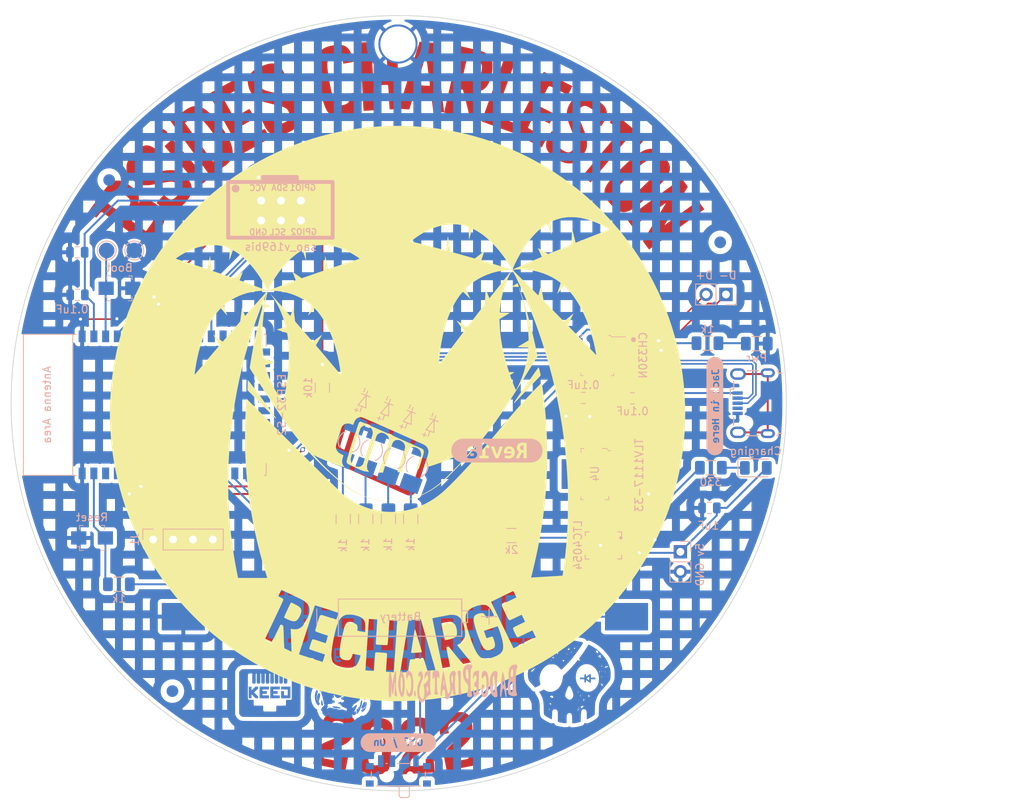
<source format=kicad_pcb>
(kicad_pcb (version 20211014) (generator pcbnew)
  (title_block (title "BSides CHS 2022 Badge") (date "2022-09-19") (rev "0") (company "BadgePirates.com") (comment 1 "ESP32-S2"))
  (layers (0 "F.Cu" signal) (31 "B.Cu" signal) (34 "B.Paste" user) (35 "F.Paste" user) (36 "B.SilkS" user "B.Silkscreen") (37 "F.SilkS" user "F.Silkscreen") (38 "B.Mask" user) (39 "F.Mask" user) (44 "Edge.Cuts" user))
  (net 0 "")
  (net 1 "Net-(BT1-Pad1)")
  (net 2 "GND")
  (net 3 "VCC")
  (net 4 "VBUS")
  (net 5 "Net-(D1-Pad2)")
  (net 6 "Boot")
  (net 7 "TMS")
  (net 8 "TDI")
  (net 9 "TDO")
  (net 10 "TCK")
  (net 11 "D-")
  (net 12 "D+")
  (net 13 "RESET")
  (net 14 "Net-(R3-Pad1)")
  (net 15 "Net-(R5-Pad2)")
  (net 16 "IO10")
  (net 17 "IO11")
  (net 18 "IO12")
  (net 19 "IO13")
  (net 20 "IO09")
  (net 21 "IO08")
  (net 22 "IO07")
  (net 23 "IO06")
  (net 24 "IO05")
  (net 25 "IO04")
  (net 26 "IO03")
  (net 27 "IO02")
  (net 28 "IO01")
  (net 37 "IO33")
  (net 38 "IO34")
  (net 41 "USB_RX_ESP_TX")
  (net 42 "USB_TX_ESP_RX")
  (net 46 "Net-(D2-Pad2)")
  (net 47 "Net-(D3-Pad1)")
  (net 48 "Net-(D4-Pad2)")
  (net 49 "Net-(D5-Pad2)")
  (net 50 "Net-(D6-Pad2)")
  (net 52 "unconnected-(J4-Pad6)")
  (net 53 "Net-(R9-Pad1)")
  (net 55 "IO35")
  (net 56 "IO36")
  (footprint "BadgePirates:Hole_4.5mm" (layer "F.Cu") (at 150.6474 54.7624)
    (fp_text reference "REF**" hide)
    (fp_text value "4.5mm")
  )
  (footprint "LOGO" (layer "F.Cu") (at 150.399016 100.291801)
    (fp_text reference "G***" hide)
    (fp_text value "LOGO" hide)
  )
  (footprint "BadgePiratesLogos:BadgePiratesURL_B.SLK" (layer "F.Cu") (at 157.6832 137.1092)
    (fp_text reference "G***" hide)
    (fp_text value "LOGO" hide)
  )
  (footprint "LOGO" (layer "F.Cu") (at 150.2156 101.4984)
    (fp_text reference "G***" hide)
    (fp_text value "LOGO" hide)
  )
  (footprint "LOGO" (layer "F.Cu") (at 150.269119 101.475192)
    (fp_text reference "G***" hide)
    (fp_text value "LOGO" hide)
  )
  (footprint "BadgePiratesLogos:NG_B.Cu" (layer "F.Cu") (at 134.1882 137.414)
    (fp_text reference "G***" hide)
    (fp_text value "NG_BSilk_B.Cu" hide)
  )
  (footprint "BadgePirates:Badgelife-SAOv169-SAO_Side_B.SLK" (layer "F.Cu") (at 135.3185 76.1111)
    (fp_text reference "X1" hide)
    (fp_text value "sao_v169bis")
  )
  (footprint "BadgePirates:LED_Osram_Lx_P47F_D2mm_ReverseMount_Proper_Mask Only" (layer "F.Cu") (at 147.2946 106.6292 70)
    (fp_text reference "D4" hide)
    (fp_text value "LED")
  )
  (footprint "LOGO" (layer "F.Cu") (at 150.2156 101.4984)
    (fp_text reference "G***" hide)
    (fp_text value "LOGO" hide)
  )
  (footprint "BadgePiratesLogos:FG_B.Cu" (layer "F.Cu") (at 143.383 137.4394)
    (fp_text reference "G***" hide)
    (fp_text value "fg")
  )
  (footprint "LOGO" (layer "F.Cu") (at 150.399016 100.291801)
    (fp_text reference "G***" hide)
    (fp_text value "LOGO" hide)
  )
  (footprint "LOGO" (layer "F.Cu") (at 150.399016 100.291801)
    (fp_text reference "G***" hide)
    (fp_text value "LOGO" hide)
  )
  (footprint "BsidesCHS-2022-Badge:F.SilkS_g1444" (layer "F.Cu") (at 150.25 101.61)
    (fp_text reference "G***" hide)
    (fp_text value "LOGO" hide)
  )
  (footprint "BadgePirates:LED_Osram_Lx_P47F_D2mm_ReverseMount_Proper_Mask Only" (layer "F.Cu") (at 144.399 105.573263 70)
    (fp_text reference "D1" hide)
    (fp_text value "LED")
  )
  (footprint "BadgePirates:LED_Osram_Lx_P47F_D2mm_ReverseMount_Proper_Mask Only" (layer "F.Cu") (at 153.080258 108.722863 70)
    (fp_text reference "D6" hide)
    (fp_text value "LED")
  )
  (footprint "BadgePirates:LED_Osram_Lx_P47F_D2mm_ReverseMount_Proper_Mask Only" (layer "F.Cu") (at 150.184658 107.681463 70)
    (fp_text reference "D5" hide)
    (fp_text value "LED")
  )
  (footprint "BadgePirates:Battery - 14500" (layer "B.Cu") (at 151.5364 130.8862 180)
    (fp_text reference "BT1" hide)
    (fp_text value "Battery")
  )
  (footprint "BadgePirates:LTC4054" (layer "B.Cu") (at 176.8995 118.7577 -90)
    (fp_text reference "U1" hide)
    (fp_text value "LTC4054")
  )
  (footprint "kibuzzard-633CCB9B" (layer "B.Cu") (at 163.29 106.68 180)
    (fp_text reference "kibuzzard-633CCB9B" hide)
    (fp_text value "G***" hide)
  )
  (footprint "Connector_PinHeader_2.54mm:PinHeader_1x04_P2.54mm_Vertical" (layer "B.Cu") (at 119.39 118.0338 -90)
    (fp_text reference "J1")
    (fp_text value "JTAG")
  )
  (footprint "BadgePiratesLogos:BPSkull_Distressed_F.CU" (layer "B.Cu") (at 172.5422 136.2202 180)
    (fp_text reference "G***" hide)
    (fp_text value "BP LOGO" hide)
  )
  (footprint "Fiducial:Fiducial_1.5mm_Mask3mm" (layer "B.Cu") (at 113.7666 72.136 180)
    (fp_text reference "REF**" hide)
    (fp_text value "Fiducial_1.5mm_Mask3mm")
  )
  (footprint "BadgePirates:R_1206_3216Metric" (layer "B.Cu") (at 149.4282 115.443 90)
    (fp_text reference "R7" hide)
    (fp_text value "1k")
  )
  (footprint "BadgePirates:R_1206_3216Metric" (layer "B.Cu") (at 190.6016 108.8644 180)
    (fp_text reference "R5" hide)
    (fp_text value "330")
  )
  (footprint "BadgePiratesLogos:BPSkull_Distressed_F.Mask" (layer "B.Cu") (at 172.5422 136.2202 180)
    (fp_text reference "G***" hide)
    (fp_text value "BP Logo" hide)
  )
  (footprint "BadgePirates:R_1206_3216Metric" (layer "B.Cu") (at 190.1698 92.964)
    (fp_text reference "R2" hide)
    (fp_text value "1k")
  )
  (footprint "BadgePirates:ESP32-S2-WROOM" (layer "B.Cu") (at 121.4672 100.838 -90)
    (fp_text reference "U2" hide)
    (fp_text value "ESP32-S2")
  )
  (footprint "LED_SMD:LED_1206_3216Metric" (layer "B.Cu") (at 196.342 108.8898)
    (fp_text reference "D3" hide)
    (fp_text value "Charging")
  )
  (footprint "BadgePirates:C_0805_2012Metric" (layer "B.Cu") (at 190.4238 113.9952 180)
    (fp_text reference "C1" hide)
    (fp_text value "1uF")
  )
  (footprint "kibuzzard-6328D1ED" (layer "B.Cu") (at 191.1096 100.9904 -90)
    (fp_text reference "kibuzzard-6328D1ED" hide)
    (fp_text value "G***" hide)
  )
  (footprint "BadgePirates:R_1206_3216Metric" (layer "B.Cu") (at 152.273 115.443 90)
    (fp_text reference "R8" hide)
    (fp_text value "1k")
  )
  (footprint "BadgePirates:SOT-223" (layer "B.Cu") (at 175.7934 109.6772 -90)
    (fp_text reference "U4")
    (fp_text value "TLV1117-33")
  )
  (footprint "BadgePirates:R_1206_3216Metric" (layer "B.Cu") (at 165.1508 117.5258 180)
    (fp_text reference "R3" hide)
    (fp_text value "2k")
  )
  (footprint "Fiducial:Fiducial_1.5mm_Mask3mm" (layer "B.Cu") (at 121.8438 137.3886 180)
    (fp_text reference "REF**" hide)
    (fp_text value "Fiducial_1.5mm_Mask3mm")
  )
  (footprint "BadgePirates:PinHeader_1x02_P2.54mm_Vertical" (layer "B.Cu") (at 186.7154 119.6036 180)
    (fp_text reference "J5" hide)
    (fp_text value "5v GND")
  )
  (footprint "BadgePirates:R_1206_3216Metric" (layer "B.Cu") (at 146.5326 115.443 90)
    (fp_text reference "R6" hide)
    (fp_text value "1k")
  )
  (footprint "BadgePirates:USB_Micro-B_Wuerth" (layer "B.Cu") (at 195.9172 100.6298 -90)
    (fp_text reference "J4" hide)
    (fp_text value "USB_B_Mini" hide)
  )
  (footprint "BadgePirates:SOIC-8-1EP_W3.9mm" (layer "B.Cu") (at 176.0982 94.5134 -90)
    (fp_text reference "U3" hide)
    (fp_text value "CH330N")
  )
  (footprint "Fiducial:Fiducial_1.5mm_Mask3mm" (layer "B.Cu") (at 191.7954 80.0862 180)
    (fp_text reference "REF**" hide)
    (fp_text value "Fiducial_1.5mm_Mask3mm")
  )
  (footprint "BadgePirates:PinHeader_1x02_P2.54mm_Vertical" (layer "B.Cu") (at 192.532 86.741 90)
    (fp_text reference "J3" hide)
    (fp_text value "D- D+")
  )
  (footprint "BadgePirates:C_0805_2012Metric" (layer "B.Cu") (at 174.3202 99.949)
    (fp_text reference "C4" hide)
    (fp_text value "0.1uF")
  )
  (footprint "TestPoint:TestPoint_Pad_D2.0mm" (layer "B.Cu") (at 116.979 81.1276 180)
    (fp_text reference "J2" hide)
    (fp_text value "Boot Jumper" hide)
  )
  (footprint "BadgePirates:C_0805_2012Metric" (layer "B.Cu") (at 109.7026 81.3562 180)
    (fp_text reference "C2" hide)
    (fp_text value "22uF" hide)
  )
  (footprint "BadgePirates:R_1206_3216Metric" (layer "B.Cu") (at 115.0112 123.7488 180)
    (fp_text reference "R4" hide)
    (fp_text value "1k")
  )
  (footprint "BadgePirates:Switch_Tactile_SMD_B3U-1000P-BPVersion" (layer "B.Cu") (at 115.0874 85.9536)
    (fp_text reference "SW2" hide)
    (fp_text value "Boot")
  )
  (footprint "BadgePirates:R_1206_3216Metric" (layer "B.Cu") (at 140.9954 98.6536 90)
    (fp_text reference "R9" hide)
    (fp_text value "10k")
  )
  (footprint "BadgePirates:Switch_Tactile_SMD_B3U-1000P-BPVersion" (layer "B.Cu") (at 111.5822 117.8306)
    (fp_text reference "SW_Reset1" hide)
    (fp_text value "Reset")
  )
  (footprint "BadgePirates:SW_SPDT_PCM12" (layer "B.Cu") (at 150.6982 147.7594 180)
    (fp_text reference "SW1" hide)
    (fp_text value "SW_SPDT")
  )
  (footprint "BadgePirates:C_0805_2012Metric" (layer "B.Cu") (at 109.728 86.7918 180)
    (fp_text reference "C3" hide)
    (fp_text value "0.1uF")
  )
  (footprint "BadgePirates:C_0805_2012Metric" (layer "B.Cu") (at 180.594 99.9998 180)
    (fp_text reference "C5" hide)
    (fp_text value "0.1uF")
  )
  (footprint "kibuzzard-6328D231" (layer "B.Cu") (at 150.6982 143.9672 180)
    (fp_text reference "kibuzzard-6328D231" hide)
    (fp_text value "G***" hide)
  )
  (footprint "BadgePirates:R_1206_3216Metric" (layer "B.Cu") (at 143.6624 115.443 90)
    (fp_text reference "R1" hide)
    (fp_text value "1k")
  )
  (footprint "BadgePirates:R_1206_3216Metric" (layer "B.Cu") (at 196.469 93.0148 180)
    (fp_text reference "D2" hide)
    (fp_text value "Pwr")
  )
  (gr_line (start 134.055016 147.226101) (end 132.923216 146.805101) (layer "Edge.Cuts") (width 0.1))
  (gr_line (start 102.737966 88.559001) (end 103.047226 87.389301) (layer "Edge.Cuts") (width 0.1))
  (gr_line (start 132.923216 54.444261) (end 134.055016 54.023271) (layer "Edge.Cuts") (width 0.1))
  (gr_line (start 104.564656 82.802901) (end 105.013056 81.681901) (layer "Edge.Cuts") (width 0.1))
  (gr_line (start 116.623216 136.484801) (end 115.743316 135.626501) (layer "Edge.Cuts") (width 0.1))
  (gr_line (start 178.207716 59.441281) (end 179.209116 60.126881) (layer "Edge.Cuts") (width 0.1))
  (gr_line (start 120.326416 61.573801) (end 121.295616 60.837801) (layer "Edge.Cuts") (width 0.1))
  (gr_line (start 196.001516 80.572101) (end 196.477116 81.681901) (layer "Edge.Cuts") (width 0.1))
  (gr_line (start 158.054716 51.667171) (end 159.254316 51.861351) (layer "Edge.Cuts") (width 0.1))
  (gr_line (start 142.235916 51.861351) (end 143.435416 51.667171) (layer "Edge.Cuts") (width 0.1))
  (gr_line (start 124.299116 58.781191) (end 125.330616 58.146831) (layer "Edge.Cuts") (width 0.1))
  (gr_line (start 160.447116 52.084611) (end 161.632816 52.336761) (layer "Edge.Cuts") (width 0.1))
  (gr_line (start 182.116116 138.914701) (end 181.163816 139.675601) (layer "Edge.Cuts") (width 0.1))
  (gr_line (start 199.702616 107.934401) (end 199.508416 109.133901) (layer "Edge.Cuts") (width 0.1))
  (gr_line (start 193.223016 126.039201) (end 192.588616 127.070701) (layer "Edge.Cuts") (width 0.1))
  (gr_line (start 150.745116 150.124701) (end 149.516016 150.109501) (layer "Edge.Cuts") (width 0.1))
  (gr_line (start 155.637516 149.882501) (end 154.420916 149.988101) (layer "Edge.Cuts") (width 0.1))
  (gr_line (start 168.566916 146.805101) (end 167.435216 147.226101) (layer "Edge.Cuts") (width 0.1))
  (gr_line (start 115.743316 65.622901) (end 116.623216 64.764601) (layer "Edge.Cuts") (width 0.1))
  (gr_line (start 186.605216 134.746601) (end 185.746916 135.626501) (layer "Edge.Cuts") (width 0.1))
  (gr_line (start 114.885016 66.502801) (end 115.743316 65.622901) (layer "Edge.Cuts") (width 0.1))
  (gr_line (start 160.447116 149.164801) (end 159.254316 149.388001) (layer "Edge.Cuts") (width 0.1))
  (gr_line (start 119.374116 62.334701) (end 120.326416 61.573801) (layer "Edge.Cuts") (width 0.1))
  (gr_line (start 200.229816 99.395601) (end 200.245116 100.624701) (layer "Edge.Cuts") (width 0.1))
  (gr_line (start 117.522016 63.930301) (end 118.439116 63.120301) (layer "Edge.Cuts") (width 0.1))
  (gr_line (start 196.477116 119.567501) (end 196.001516 120.677301) (layer "Edge.Cuts") (width 0.1))
  (gr_line (start 174.054216 56.956121) (end 175.113816 57.538401) (layer "Edge.Cuts") (width 0.1))
  (gr_line (start 179.209116 141.122501) (end 178.207716 141.808101) (layer "Edge.Cuts") (width 0.1))
  (gr_line (start 189.796016 131.043401) (end 189.035116 131.995701) (layer "Edge.Cuts") (width 0.1))
  (gr_line (start 101.981746 92.115501) (end 102.205016 90.922601) (layer "Edge.Cuts") (width 0.1))
  (gr_line (start 196.925516 82.802901) (end 197.346516 83.934601) (layer "Edge.Cuts") (width 0.1))
  (gr_line (start 177.191016 58.781191) (end 178.207716 59.441281) (layer "Edge.Cuts") (width 0.1))
  (gr_line (start 180.194616 140.411601) (end 179.209116 141.122501) (layer "Edge.Cuts") (width 0.1))
  (gr_line (start 137.509716 148.322601) (end 136.348716 147.985101) (layer "Edge.Cuts") (width 0.1))
  (gr_line (start 199.285216 90.922601) (end 199.508416 92.115501) (layer "Edge.Cuts") (width 0.1))
  (gr_line (start 125.330616 58.146831) (end 126.376416 57.538401) (layer "Edge.Cuts") (width 0.1))
  (gr_line (start 122.281116 60.126881) (end 123.282516 59.441281) (layer "Edge.Cuts") (width 0.1))
  (gr_line (start 190.532016 130.074201) (end 189.796016 131.043401) (layer "Edge.Cuts") (width 0.1))
  (gr_line (start 168.566916 54.444261) (end 169.687916 54.892661) (layer "Edge.Cuts") (width 0.1))
  (gr_line (start 163.980416 148.322601) (end 162.810716 148.631801) (layer "Edge.Cuts") (width 0.1))
  (gr_line (start 135.197016 53.629891) (end 136.348716 53.264341) (layer "Edge.Cuts") (width 0.1))
  (gr_line (start 198.442916 87.389301) (end 198.752216 88.559001) (layer "Edge.Cuts") (width 0.1))
  (gr_line (start 144.641216 51.502291) (end 145.852616 51.366921) (layer "Edge.Cuts") (width 0.1))
  (gr_line (start 101.260341 99.395601) (end 101.305932 98.170101) (layer "Edge.Cuts") (width 0.1))
  (gr_line (start 107.658796 76.256001) (end 108.267226 75.210201) (layer "Edge.Cuts") (width 0.1))
  (gr_line (start 101.622686 94.520801) (end 101.787566 93.315001) (layer "Edge.Cuts") (width 0.1))
  (gr_line (start 110.958216 130.074201) (end 110.247286 129.088701) (layer "Edge.Cuts") (width 0.1))
  (gr_line (start 109.561676 73.162101) (end 110.247286 72.160701) (layer "Edge.Cuts") (width 0.1))
  (gr_line (start 130.692516 145.881101) (end 129.594616 145.378601) (layer "Edge.Cuts") (width 0.1))
  (gr_line (start 141.043016 149.164801) (end 139.857416 148.912601) (layer "Edge.Cuts") (width 0.1))
  (gr_line (start 112.455116 131.995701) (end 111.694216 131.043401) (layer "Edge.Cuts") (width 0.1))
  (gr_line (start 198.105416 115.021001) (end 197.739916 116.172801) (layer "Edge.Cuts") (width 0.1))
  (gr_line (start 200.002916 95.732201) (end 200.108516 96.948801) (layer "Edge.Cuts") (width 0.1))
  (gr_line (start 194.969616 78.388501) (end 195.498916 79.474201) (layer "Edge.Cuts") (width 0.1))
  (gr_line (start 198.105416 86.228401) (end 198.442916 87.389301) (layer "Edge.Cuts") (width 0.1))
  (gr_line (start 118.439116 138.129101) (end 117.522016 137.319101) (layer "Edge.Cuts") (width 0.1))
  (gr_line (start 125.330616 143.102601) (end 124.299116 142.468201) (layer "Edge.Cuts") (width 0.1))
  (gr_line (start 101.260341 101.853801) (end 101.245097 100.624701) (layer "Edge.Cuts") (width 0.1))
  (gr_line (start 153.199616 150.063901) (end 151.974216 150.109501) (layer "Edge.Cuts") (width 0.1))
  (gr_line (start 123.282516 59.441281) (end 124.299116 58.781191) (layer "Edge.Cuts") (width 0.1))
  (gr_line (start 188.249516 132.930701) (end 187.439516 133.847801) (layer "Edge.Cuts") (width 0.1))
  (gr_line (start 191.242916 129.088701) (end 190.532016 130.074201) (layer "Edge.Cuts") (width 0.1))
  (gr_line (start 149.516016 150.109501) (end 148.290516 150.063901) (layer "Edge.Cuts") (width 0.1))
  (gr_line (start 131.802316 54.892661) (end 132.923216 54.444261) (layer "Edge.Cuts") (width 0.1))
  (gr_line (start 105.488656 80.572101) (end 105.991236 79.474201) (layer "Edge.Cuts") (width 0.1))
  (gr_line (start 200.245116 100.624701) (end 200.245116 100.624701) (layer "Edge.Cuts") (width 0.1))
  (gr_line (start 123.282516 141.808101) (end 122.281116 141.122501) (layer "Edge.Cuts") (width 0.1))
  (gr_line (start 107.076516 123.933801) (end 106.520596 122.860901) (layer "Edge.Cuts") (width 0.1))
  (gr_line (start 130.692516 55.368261) (end 131.802316 54.892661) (layer "Edge.Cuts") (width 0.1))
  (gr_line (start 147.069216 51.261262) (end 148.290516 51.185533) (layer "Edge.Cuts") (width 0.1))
  (gr_line (start 176.159516 143.102601) (end 175.113816 143.711001) (layer "Edge.Cuts") (width 0.1))
  (gr_line (start 104.143666 117.314801) (end 103.750296 116.172801) (layer "Edge.Cuts") (width 0.1))
  (gr_line (start 193.223016 75.210201) (end 193.831416 76.256001) (layer "Edge.Cuts") (width 0.1))
  (gr_line (start 169.687916 146.356701) (end 168.566916 146.805101) (layer "Edge.Cuts") (width 0.1))
  (gr_line (start 197.739916 116.172801) (end 197.346516 117.314801) (layer "Edge.Cuts") (width 0.1))
  (gr_line (start 127.436016 56.956121) (end 128.508916 56.400201) (layer "Edge.Cuts") (width 0.1))
  (gr_line (start 143.435416 149.582201) (end 142.235916 149.388001) (layer "Edge.Cuts") (width 0.1))
  (gr_line (start 136.348716 53.264341) (end 137.509716 52.926831) (layer "Edge.Cuts") (width 0.1))
  (gr_line (start 193.831416 76.256001) (end 194.413716 77.315601) (layer "Edge.Cuts") (width 0.1))
  (gr_line (start 195.498916 121.775201) (end 194.969616 122.860901) (layer "Edge.Cuts") (width 0.1))
  (gr_line (start 199.033016 89.737001) (end 199.285216 90.922601) (layer "Edge.Cuts") (width 0.1))
  (gr_line (start 145.852616 51.366921) (end 147.069216 51.261262) (layer "Edge.Cuts") (width 0.1))
  (gr_line (start 127.436016 144.293301) (end 126.376416 143.711001) (layer "Edge.Cuts") (width 0.1))
  (gr_line (start 161.632816 148.912601) (end 160.447116 149.164801) (layer "Edge.Cuts") (width 0.1))
  (gr_line (start 189.035116 69.253701) (end 189.796016 70.206001) (layer "Edge.Cuts") (width 0.1))
  (gr_line (start 162.810716 52.617571) (end 163.980416 52.926831) (layer "Edge.Cuts") (width 0.1))
  (gr_line (start 103.750296 85.076601) (end 104.143666 83.934601) (layer "Edge.Cuts") (width 0.1))
  (gr_line (start 159.254316 51.861351) (end 160.447116 52.084611) (layer "Edge.Cuts") (width 0.1))
  (gr_line (start 199.867516 94.520801) (end 200.002916 95.732201) (layer "Edge.Cuts") (width 0.1))
  (gr_line (start 128.508916 144.849201) (end 127.436016 144.293301) (layer "Edge.Cuts") (width 0.1))
  (gr_line (start 103.384746 115.021001) (end 103.047226 113.860101) (layer "Edge.Cuts") (width 0.1))
  (gr_line (start 138.679416 52.617571) (end 139.857416 52.336761) (layer "Edge.Cuts") (width 0.1))
  (gr_line (start 105.488656 120.677301) (end 105.013056 119.567501) (layer "Edge.Cuts") (width 0.1))
  (gr_line (start 126.376416 143.711001) (end 125.330616 143.102601) (layer "Edge.Cuts") (width 0.1))
  (gr_line (start 190.532016 71.175201) (end 191.242916 72.160701) (layer "Edge.Cuts") (width 0.1))
  (gr_line (start 195.498916 79.474201) (end 196.001516 80.572101) (layer "Edge.Cuts") (width 0.1))
  (gr_line (start 102.205016 90.922601) (end 102.457156 89.737001) (layer "Edge.Cuts") (width 0.1))
  (gr_line (start 101.981746 109.133901) (end 101.787566 107.934401) (layer "Edge.Cuts") (width 0.1))
  (gr_line (start 172.981316 56.400201) (end 174.054216 56.956121) (layer "Edge.Cuts") (width 0.1))
  (gr_line (start 113.240616 68.318701) (end 114.050716 67.401601) (layer "Edge.Cuts") (width 0.1))
  (gr_line (start 198.752216 88.559001) (end 199.033016 89.737001) (layer "Edge.Cuts") (width 0.1))
  (gr_line (start 108.267226 126.039201) (end 107.658796 124.993401) (layer "Edge.Cuts") (width 0.1))
  (gr_line (start 167.435216 147.226101) (end 166.293216 147.619501) (layer "Edge.Cuts") (width 0.1))
  (gr_line (start 136.348716 147.985101) (end 135.197016 147.619501) (layer "Edge.Cuts") (width 0.1))
  (gr_line (start 116.623216 64.764601) (end 117.522016 63.930301) (layer "Edge.Cuts") (width 0.1))
  (gr_line (start 200.184216 98.170101) (end 200.229816 99.395601) (layer "Edge.Cuts") (width 0.1))
  (gr_line (start 105.013056 81.681901) (end 105.488656 80.572101) (layer "Edge.Cuts") (width 0.1))
  (gr_line (start 179.209116 60.126881) (end 180.194616 60.837801) (layer "Edge.Cuts") (width 0.1))
  (gr_line (start 114.885016 134.746601) (end 114.050716 133.847801) (layer "Edge.Cuts") (width 0.1))
  (gr_line (start 151.974216 51.139942) (end 153.199616 51.185533) (layer "Edge.Cuts") (width 0.1))
  (gr_line (start 200.245116 100.624701) (end 200.229816 101.853801) (layer "Edge.Cuts") (width 0.1))
  (gr_line (start 110.958216 71.175201) (end 111.694216 70.206001) (layer "Edge.Cuts") (width 0.1))
  (gr_line (start 200.108516 96.948801) (end 200.184216 98.170101) (layer "Edge.Cuts") (width 0.1))
  (gr_line (start 103.047226 113.860101) (end 102.737966 112.690301) (layer "Edge.Cuts") (width 0.1))
  (gr_line (start 101.487316 95.732201) (end 101.622686 94.520801) (layer "Edge.Cuts") (width 0.1))
  (gr_line (start 102.457156 111.512401) (end 102.205016 110.326801) (layer "Edge.Cuts") (width 0.1))
  (gr_line (start 141.043016 52.084611) (end 142.235916 51.861351) (layer "Edge.Cuts") (width 0.1))
  (gr_line (start 183.968216 137.319101) (end 183.051116 138.129101) (layer "Edge.Cuts") (width 0.1))
  (gr_line (start 102.205016 110.326801) (end 101.981746 109.133901) (layer "Edge.Cuts") (width 0.1))
  (gr_line (start 154.420916 51.261262) (end 155.637516 51.366921) (layer "Edge.Cuts") (width 0.1))
  (gr_line (start 178.207716 141.808101) (end 177.191016 142.468201) (layer "Edge.Cuts") (width 0.1))
  (gr_line (start 109.561676 128.087301) (end 108.901586 127.070701) (layer "Edge.Cuts") (width 0.1))
  (gr_line (start 191.928516 128.087301) (end 191.242916 129.088701) (layer "Edge.Cuts") (width 0.1))
  (gr_line (start 187.439516 67.401601) (end 188.249516 68.318701) (layer "Edge.Cuts") (width 0.1))
  (gr_line (start 101.245097 100.624701) (end 101.260341 99.395601) (layer "Edge.Cuts") (width 0.1))
  (gr_line (start 183.051116 63.120301) (end 183.968216 63.930301) (layer "Edge.Cuts") (width 0.1))
  (gr_line (start 171.895616 145.378601) (end 170.797616 145.881101) (layer "Edge.Cuts") (width 0.1))
  (gr_line (start 129.594616 145.378601) (end 128.508916 144.849201) (layer "Edge.Cuts") (width 0.1))
  (gr_line (start 183.051116 138.129101) (end 182.116116 138.914701) (layer "Edge.Cuts") (width 0.1))
  (gr_line (start 112.455116 69.253701) (end 113.240616 68.318701) (layer "Edge.Cuts") (width 0.1))
  (gr_line (start 129.594616 55.870841) (end 130.692516 55.368261) (layer "Edge.Cuts") (width 0.1))
  (gr_line (start 148.290516 150.063901) (end 147.069216 149.988101) (layer "Edge.Cuts") (width 0.1))
  (gr_line (start 106.520596 122.860901) (end 105.991236 121.775201) (layer "Edge.Cuts") (width 0.1))
  (gr_line (start 121.295616 60.837801) (end 122.281116 60.126881) (layer "Edge.Cuts") (width 0.1))
  (gr_line (start 200.184216 103.079301) (end 200.108516 104.300501) (layer "Edge.Cuts") (width 0.1))
  (gr_line (start 139.857416 148.912601) (end 138.679416 148.631801) (layer "Edge.Cuts") (width 0.1))
  (gr_line (start 122.281116 141.122501) (end 121.295616 140.411601) (layer "Edge.Cuts") (width 0.1))
  (gr_line (start 196.001516 120.677301) (end 195.498916 121.775201) (layer "Edge.Cuts") (width 0.1))
  (gr_line (start 158.054716 149.582201) (end 156.849016 149.747101) (layer "Edge.Cuts") (width 0.1))
  (gr_line (start 163.980416 52.926831) (end 165.141416 53.264341) (layer "Edge.Cuts") (width 0.1))
  (gr_line (start 139.857416 52.336761) (end 141.043016 52.084611) (layer "Edge.Cuts") (width 0.1))
  (gr_line (start 191.242916 72.160701) (end 191.928516 73.162101) (layer "Edge.Cuts") (width 0.1))
  (gr_line (start 165.141416 53.264341) (end 166.293216 53.629891) (layer "Edge.Cuts") (width 0.1))
  (gr_line (start 182.116116 62.334701) (end 183.051116 63.120301) (layer "Edge.Cuts") (width 0.1))
  (gr_line (start 102.737966 112.690301) (end 102.457156 111.512401) (layer "Edge.Cuts") (width 0.1))
  (gr_line (start 135.197016 147.619501) (end 134.055016 147.226101) (layer "Edge.Cuts") (width 0.1))
  (gr_line (start 196.477116 81.681901) (end 196.925516 82.802901) (layer "Edge.Cuts") (width 0.1))
  (gr_line (start 193.831416 124.993401) (end 193.223016 126.039201) (layer "Edge.Cuts") (width 0.1))
  (gr_line (start 101.305932 103.079301) (end 101.260341 101.853801) (layer "Edge.Cuts") (width 0.1))
  (gr_line (start 175.113816 143.711001) (end 174.054216 144.293301) (layer "Edge.Cuts") (width 0.1))
  (gr_line (start 128.508916 56.400201) (end 129.594616 55.870841) (layer "Edge.Cuts") (width 0.1))
  (gr_line (start 199.033016 111.512401) (end 198.752216 112.690301) (layer "Edge.Cuts") (width 0.1))
  (gr_line (start 172.981316 144.849201) (end 171.895616 145.378601) (layer "Edge.Cuts") (width 0.1))
  (gr_line (start 194.969616 122.860901) (end 194.413716 123.933801) (layer "Edge.Cuts") (width 0.1))
  (gr_line (start 114.050716 133.847801) (end 113.240616 132.930701) (layer "Edge.Cuts") (width 0.1))
  (gr_line (start 101.305932 98.170101) (end 101.381661 96.948801) (layer "Edge.Cuts") (width 0.1))
  (gr_line (start 198.442916 113.860101) (end 198.105416 115.021001) (layer "Edge.Cuts") (width 0.1))
  (gr_line (start 156.849016 51.502291) (end 158.054716 51.667171) (layer "Edge.Cuts") (width 0.1))
  (gr_line (start 103.750296 116.172801) (end 103.384746 115.021001) (layer "Edge.Cuts") (width 0.1))
  (gr_line (start 110.247286 129.088701) (end 109.561676 128.087301) (layer "Edge.Cuts") (width 0.1))
  (gr_line (start 167.435216 54.023271) (end 168.566916 54.444261) (layer "Edge.Cuts") (width 0.1))
  (gr_line (start 169.687916 54.892661) (end 170.797616 55.368261) (layer "Edge.Cuts") (width 0.1))
  (gr_line (start 105.013056 119.567501) (end 104.564656 118.446501) (layer "Edge.Cuts") (width 0.1))
  (gr_line (start 200.002916 105.517201) (end 199.867516 106.728601) (layer "Edge.Cuts") (width 0.1))
  (gr_line (start 170.797616 55.368261) (end 171.895616 55.870841) (layer "Edge.Cuts") (width 0.1))
  (gr_line (start 189.796016 70.206001) (end 190.532016 71.175201) (layer "Edge.Cuts") (width 0.1))
  (gr_line (start 184.867016 64.764601) (end 185.746916 65.622901) (layer "Edge.Cuts") (width 0.1))
  (gr_line (start 186.605216 66.502801) (end 187.439516 67.401601) (layer "Edge.Cuts") (width 0.1))
  (gr_line (start 189.035116 131.995701) (end 188.249516 132.930701) (layer "Edge.Cuts") (width 0.1))
  (gr_line (start 120.326416 139.675601) (end 119.374116 138.914701) (layer "Edge.Cuts") (width 0.1))
  (gr_line (start 174.054216 144.293301) (end 172.981316 144.849201) (layer "Edge.Cuts") (width 0.1))
  (gr_line (start 103.047226 87.389301) (end 103.384746 86.228401) (layer "Edge.Cuts") (width 0.1))
  (gr_line (start 115.743316 135.626501) (end 114.885016 134.746601) (layer "Edge.Cuts") (width 0.1))
  (gr_line (start 197.346516 117.314801) (end 196.925516 118.446501) (layer "Edge.Cuts") (width 0.1))
  (gr_line (start 101.622686 106.728601) (end 101.487316 105.517201) (layer "Edge.Cuts") (width 0.1))
  (gr_line (start 105.991236 121.775201) (end 105.488656 120.677301) (layer "Edge.Cuts") (width 0.1))
  (gr_line (start 108.901586 74.178701) (end 109.561676 73.162101) (layer "Edge.Cuts") (width 0.1))
  (gr_line (start 165.141416 147.985101) (end 163.980416 148.322601) (layer "Edge.Cuts") (width 0.1))
  (gr_line (start 102.457156 89.737001) (end 102.737966 88.559001) (layer "Edge.Cuts") (width 0.1))
  (gr_line (start 184.867016 136.484801) (end 183.968216 137.319101) (layer "Edge.Cuts") (width 0.1))
  (gr_line (start 101.487316 105.517201) (end 101.381661 104.300501) (layer "Edge.Cuts") (width 0.1))
  (gr_line (start 117.522016 137.319101) (end 116.623216 136.484801) (layer "Edge.Cuts") (width 0.1))
  (gr_line (start 188.249516 68.318701) (end 189.035116 69.253701) (layer "Edge.Cuts") (width 0.1))
  (gr_line (start 199.508416 92.115501) (end 199.702616 93.315001) (layer "Edge.Cuts") (width 0.1))
  (gr_line (start 104.143666 83.934601) (end 104.564656 82.802901) (layer "Edge.Cuts") (width 0.1))
  (gr_line (start 199.867516 106.728601) (end 199.702616 107.934401) (layer "Edge.Cuts") (width 0.1))
  (gr_line (start 156.849016 149.747101) (end 155.637516 149.882501) (layer "Edge.Cuts") (width 0.1))
  (gr_line (start 162.810716 148.631801) (end 161.632816 148.912601) (layer "Edge.Cuts") (width 0.1))
  (gr_line (start 197.346516 83.934601) (end 197.739916 85.076601) (layer "Edge.Cuts") (width 0.1))
  (gr_line (start 171.895616 55.870841) (end 172.981316 56.400201) (layer "Edge.Cuts") (width 0.1))
  (gr_line (start 137.509716 52.926831) (end 138.679416 52.617571) (layer "Edge.Cuts") (width 0.1))
  (gr_line (start 107.658796 124.993401) (end 107.076516 123.933801) (layer "Edge.Cuts") (width 0.1))
  (gr_line (start 111.694216 70.206001) (end 112.455116 69.253701) (layer "Edge.Cuts") (width 0.1))
  (gr_line (start 194.413716 77.315601) (end 194.969616 78.388501) (layer "Edge.Cuts") (width 0.1))
  (gr_line (start 200.229816 101.853801) (end 200.184216 103.079301) (layer "Edge.Cuts") (width 0.1))
  (gr_line (start 198.752216 112.690301) (end 198.442916 113.860101) (layer "Edge.Cuts") (width 0.1))
  (gr_line (start 101.787566 93.315001) (end 101.981746 92.115501) (layer "Edge.Cuts") (width 0.1))
  (gr_line (start 138.679416 148.631801) (end 137.509716 148.322601) (layer "Edge.Cuts") (width 0.1))
  (gr_line (start 180.194616 60.837801) (end 181.163816 61.573801) (layer "Edge.Cuts") (width 0.1))
  (gr_line (start 170.797616 145.881101) (end 169.687916 146.356701) (layer "Edge.Cuts") (width 0.1))
  (gr_line (start 150.745116 51.124698) (end 151.974216 51.139942) (layer "Edge.Cuts") (width 0.1))
  (gr_line (start 199.285216 110.326801) (end 199.033016 111.512401) (layer "Edge.Cuts") (width 0.1))
  (gr_line (start 185.746916 135.626501) (end 184.867016 136.484801) (layer "Edge.Cuts") (width 0.1))
  (gr_line (start 200.245116 100.624701) (end 200.245116 100.624701) (layer "Edge.Cuts") (width 0.1))
  (gr_line (start 153.199616 51.185533) (end 154.420916 51.261262) (layer "Edge.Cuts") (width 0.1))
  (gr_line (start 166.293216 53.629891) (end 167.435216 54.023271) (layer "Edge.Cuts") (width 0.1))
  (gr_line (start 144.641216 149.747101) (end 143.435416 149.582201) (layer "Edge.Cuts") (width 0.1))
  (gr_line (start 181.163816 139.675601) (end 180.194616 140.411601) (layer "Edge.Cuts") (width 0.1))
  (gr_line (start 147.069216 149.988101) (end 145.852616 149.882501) (layer "Edge.Cuts") (width 0.1))
  (gr_line (start 104.564656 118.446501) (end 104.143666 117.314801) (layer "Edge.Cuts") (width 0.1))
  (gr_line (start 177.191016 142.468201) (end 176.159516 143.102601) (layer "Edge.Cuts") (width 0.1))
  (gr_line (start 143.435416 51.667171) (end 144.641216 51.502291) (layer "Edge.Cuts") (width 0.1))
  (gr_line (start 134.055016 54.023271) (end 135.197016 53.629891) (layer "Edge.Cuts") (width 0.1))
  (gr_line (start 101.381661 96.948801) (end 101.487316 95.732201) (layer "Edge.Cuts") (width 0.1))
  (gr_line (start 185.746916 65.622901) (end 186.605216 66.502801) (layer "Edge.Cuts") (width 0.1))
  (gr_line (start 191.928516 73.162101) (end 192.588616 74.178701) (layer "Edge.Cuts") (width 0.1))
  (gr_line (start 101.381661 104.300501) (end 101.305932 103.079301) (layer "Edge.Cuts") (width 0.1))
  (gr_line (start 108.901586 127.070701) (end 108.267226 126.039201) (layer "Edge.Cuts") (width 0.1))
  (gr_line (start 200.108516 104.300501) (end 200.002916 105.517201) (layer "Edge.Cuts") (width 0.1))
  (gr_line (start 126.376416 57.538401) (end 127.436016 56.956121) (layer "Edge.Cuts") (width 0.1))
  (gr_line (start 106.520596 78.388501) (end 107.076516 77.315601) (layer "Edge.Cuts") (width 0.1))
  (gr_line (start 103.384746 86.228401) (end 103.750296 85.076601) (layer "Edge.Cuts") (width 0.1))
  (gr_line (start 166.293216 147.619501) (end 165.141416 147.985101) (layer "Edge.Cuts") (width 0.1))
  (gr_line (start 151.974216 150.109501) (end 150.745116 150.124701) (layer "Edge.Cuts") (width 0.1))
  (gr_line (start 176.159516 58.146831) (end 177.191016 58.781191) (layer "Edge.Cuts") (width 0.1))
  (gr_line (start 192.588616 74.178701) (end 193.223016 75.210201) (layer "Edge.Cuts") (width 0.1))
  (gr_line (start 149.516016 51.139942) (end 150.745116 51.124698) (layer "Edge.Cuts") (width 0.1))
  (gr_line (start 131.802316 146.356701) (end 130.692516 145.881101) (layer "Edge.Cuts") (width 0.1))
  (gr_line (start 142.235916 149.388001) (end 141.043016 149.164801) (layer "Edge.Cuts") (width 0.1))
  (gr_line (start 155.637516 51.366921) (end 156.849016 51.502291) (layer "Edge.Cuts") (width 0.1))
  (gr_line (start 107.076516 77.315601) (end 107.658796 76.256001) (layer "Edge.Cuts") (width 0.1))
  (gr_line (start 161.632816 52.336761) (end 162.810716 52.617571) (layer "Edge.Cuts") (width 0.1))
  (gr_line (start 175.113816 57.538401) (end 176.159516 58.146831) (layer "Edge.Cuts") (width 0.1))
  (gr_line (start 199.508416 109.133901) (end 199.285216 110.326801) (layer "Edge.Cuts") (width 0.1))
  (gr_line (start 197.739916 85.076601) (end 198.105416 86.228401) (layer "Edge.Cuts") (width 0.1))
  (gr_line (start 132.923216 146.805101) (end 131.802316 146.356701) (layer "Edge.Cuts") (width 0.1))
  (gr_line (start 148.290516 51.185533) (end 149.516016 51.139942) (layer "Edge.Cuts") (width 0.1))
  (gr_line (start 111.694216 131.043401) (end 110.958216 130.074201) (layer "Edge.Cuts") (width 0.1))
  (gr_line (start 154.420916 149.988101) (end 153.199616 150.063901) (layer "Edge.Cuts") (width 0.1))
  (gr_line (start 101.787566 107.934401) (end 101.622686 106.728601) (layer "Edge.Cuts") (width 0.1))
  (gr_line (start 199.702616 93.315001) (end 199.867516 94.520801) (layer "Edge.Cuts") (width 0.1))
  (gr_line (start 110.247286 72.160701) (end 110.958216 71.175201) (layer "Edge.Cuts") (width 0.1))
  (gr_line (start 108.267226 75.210201) (end 108.901586 74.178701) (layer "Edge.Cuts") (width 0.1))
  (gr_line (start 145.852616 149.882501) (end 144.641216 149.747101) (layer "Edge.Cuts") (width 0.1))
  (gr_line (start 159.254316 149.388001) (end 158.054716 149.582201) (layer "Edge.Cuts") (width 0.1))
  (gr_line (start 114.050716 67.401601) (end 114.885016 66.502801) (layer "Edge.Cuts") (width 0.1))
  (gr_line (start 124.299116 142.468201) (end 123.282516 141.808101) (layer "Edge.Cuts") (width 0.1))
  (gr_line (start 187.439516 133.847801) (end 186.605216 134.746601) (layer "Edge.Cuts") (width 0.1))
  (gr_line (start 183.968216 63.930301) (end 184.867016 64.764601) (layer "Edge.Cuts") (width 0.1))
  (gr_line (start 105.991236 79.474201) (end 106.520596 78.388501) (layer "Edge.Cuts") (width 0.1))
  (gr_line (start 181.163816 61.573801) (end 182.116116 62.334701) (layer "Edge.Cuts") (width 0.1))
  (gr_line (start 194.413716 123.933801) (end 193.831416 124.993401) (layer "Edge.Cuts") (width 0.1))
  (gr_line (start 192.588616 127.070701) (end 191.928516 128.087301) (layer "Edge.Cuts") (width 0.1))
  (gr_line (start 196.925516 118.446501) (end 196.477116 119.567501) (layer "Edge.Cuts") (width 0.1))
  (gr_line (start 121.295616 140.411601) (end 120.326416 139.675601) (layer "Edge.Cuts") (width 0.1))
  (gr_line (start 119.374116 138.914701) (end 118.439116 138.129101) (layer "Edge.Cuts") (width 0.1))
  (gr_line (start 113.240616 132.930701) (end 112.455116 131.995701) (layer "Edge.Cuts") (width 0.1))
  (gr_line (start 118.439116 63.120301) (end 119.374116 62.334701) (layer "Edge.Cuts") (width 0.1))
  (segment (start 166.6614 127.8862) (end 179.8364 127.8862) (width 0.25) (layer "B.Cu") (net 1))
  (segment (start 178.1995 126.2493) (end 179.8364 127.8862) (width 0.25) (layer "B.Cu") (net 1))
  (segment (start 166.6614 127.8862) (end 166.6614 132.6162) (width 0.25) (layer "B.Cu") (net 1))
  (segment (start 178.1995 119.7077) (end 178.1995 126.2493) (width 0.25) (layer "B.Cu") (net 1))
  (segment (start 166.6614 132.6162) (end 152.9482 146.3294) (width 0.25) (layer "B.Cu") (net 1))
  (segment (start 182.6768 109.8804) (end 175.133 102.3366) (width 0.25) (layer "F.Cu") (net 2))
  (segment (start 175.0822 102.2858) (end 175.133 102.3366) (width 0.25) (layer "F.Cu") (net 2))
  (segment (start 172.1104 102.2858) (end 175.0822 102.2858) (width 0.25) (layer "F.Cu") (net 2))
  (segment (start 182.6768 112.2172) (end 182.6768 109.8804) (width 0.25) (layer "F.Cu") (net 2))
  (segment (start 110.109 89.8906) (end 114.7064 89.8906) (width 0.2) (layer "F.Cu") (net 2))
  (segment (start 114.7064 89.8906) (end 114.7572 89.8398) (width 0.2) (layer "F.Cu") (net 2))
  (via (at 183.4642 118.0592) (size 0.6) (drill 0.4) (layers "F.Cu" "B.Cu") (net 2))
  (via (at 110.109 89.8906) (size 0.6) (drill 0.4) (layers "F.Cu" "B.Cu") (net 2))
  (via (at 175.133 102.3366) (size 0.6) (drill 0.4) (layers "F.Cu" "B.Cu") (net 2))
  (via (at 182.6768 112.2172) (size 0.6) (drill 0.4) (layers "F.Cu" "B.Cu") (net 2))
  (via (at 114.7572 89.8398) (size 0.6) (drill 0.4) (layers "F.Cu" "B.Cu") (net 2))
  (via (at 172.1104 102.2858) (size 0.6) (drill 0.4) (layers "F.Cu" "B.Cu") (net 2))
  (segment (start 119.8672 99.648) (end 119.8672 98.148) (width 0.25) (layer "B.Cu") (net 2))
  (segment (start 116.8172 98.148) (end 118.3672 98.148) (width 0.25) (layer "B.Cu") (net 2))
  (segment (start 119.8672 101.148) (end 118.3672 101.148) (width 0.25) (layer "B.Cu") (net 2))
  (segment (start 118.3672 101.148) (end 118.3672 99.648) (width 0.25) (layer "B.Cu") (net 2))
  (segment (start 116.8172 101.148) (end 118.3672 101.148) (width 0.25) (layer "B.Cu") (net 2))
  (segment (start 119.8672 98.148) (end 118.3672 98.148) (width 0.25) (layer "B.Cu") (net 2))
  (segment (start 116.8172 99.648) (end 116.8172 101.148) (width 0.25) (layer "B.Cu") (net 2))
  (segment (start 119.8672 99.648) (end 119.8672 101.148) (width 0.25) (layer "B.Cu") (net 2))
  (segment (start 118.3672 99.648) (end 118.3672 98.148) (width 0.25) (layer "B.Cu") (net 2))
  (segment (start 116.8172 99.648) (end 118.3672 99.648) (width 0.25) (layer "B.Cu") (net 2))
  (segment (start 119.8672 99.648) (end 118.3672 99.648) (width 0.25) (layer "B.Cu") (net 2))
  (segment (start 116.8172 98.148) (end 116.8172 99.648) (width 0.25) (layer "B.Cu") (net 2))
  (segment (start 137.823672 71.7804) (end 132.842 71.7804) (width 0.25) (layer "F.Cu") (net 3))
  (segment (start 140.9954 74.952128) (end 137.823672 71.7804) (width 0.25) (layer "F.Cu") (net 3))
  (segment (start 140.9954 95.6818) (end 140.9954 74.952128) (width 0.25) (layer "F.Cu") (net 3))
  (via (at 140.9954 95.6818) (size 0.6) (drill 0.4) (layers "F.Cu" "B.Cu") (net 3))
  (via (at 132.842 71.7804) (size 0.6) (drill 0.4) (layers "F.Cu" "B.Cu") (net 3))
  (segment (start 173.3482 92.6084) (end 173.8982 92.6084) (width 0.25) (layer "B.Cu") (net 3))
  (segment (start 172.1482 93.2284) (end 171.1282 94.2484) (width 0.25) (layer "B.Cu") (net 3))
  (segment (start 111.8172 87.9435) (end 110.6655 86.7918) (width 0.25) (layer "B.Cu") (net 3))
  (segment (start 178.5934 109.6772) (end 173.3827 104.4665) (width 0.25) (layer "B.Cu") (net 3))
  (segment (start 153.473 116.2936) (end 173.3482 96.4184) (width 0.25) (layer "B.Cu") (net 3))
  (segment (start 173.3827 99.949) (end 173.3482 99.9145) (width 0.25) (layer "B.Cu") (net 3))
  (segment (start 173.4058 92.6084) (end 174.7774 91.2368) (width 0.25) (layer "B.Cu") (net 3))
  (segment (start 174.5482 93.2584) (end 174.5482 95.7984) (width 0.25) (layer "B.Cu") (net 3))
  (segment (start 149.9482 146.3294) (end 153.473 142.8046) (width 0.25) (layer "B.Cu") (net 3))
  (segment (start 110.6401 81.3562) (end 110.6401 78.9963) (width 0.25) (layer "B.Cu") (net 3))
  (segment (start 173.3482 99.9145) (end 173.3482 96.4184) (width 0.25) (layer "B.Cu") (net 3))
  (segment (start 153.473 142.8046) (end 153.473 116.2936) (width 0.25) (layer "B.Cu") (net 3))
  (segment (start 153.4668 123.7488) (end 153.4922 123.7234) (width 0.25) (layer "B.Cu") (net 3))
  (segment (start 185.6232 92.964) (end 188.7698 92.964) (width 0.25) (layer "B.Cu") (net 3))
  (segment (start 140.9954 97.2536) (end 140.9954 95.6818) (width 0.25) (layer "B.Cu") (net 3))
  (segment (start 111.8172 92.088) (end 111.8172 87.9435) (width 0.25) (layer "B.Cu") (net 3))
  (segment (start 110.6655 86.7918) (end 110.6655 81.3816) (width 0.25) (layer "B.Cu") (net 3))
  (segment (start 173.9282 96.4184) (end 173.3482 96.4184) (width 0.25) (layer "B.Cu") (net 3))
  (segment (start 132.842 71.7804) (end 133.1687 72.1071) (width 0.25) (layer "B.Cu") (net 3))
  (segment (start 110.6655 81.3816) (end 110.6401 81.3562) (width 0.25) (layer "B.Cu") (net 3))
  (segment (start 133.1687 72.1071) (end 133.1687 74.7595) (width 0.25) (layer "B.Cu") (net 3))
  (segment (start 114.8769 74.7595) (end 133.1687 74.7595) (width 0.25) (layer "B.Cu") (net 3))
  (segment (start 174.7774 91.2368) (end 183.896 91.2368) (width 0.25) (layer "B.Cu") (net 3))
  (segment (start 173.3482 92.6084) (end 172.7282 93.2284) (width 0.25) (layer "B.Cu") (net 3))
  (segment (start 172.7282 93.2284) (end 172.1482 93.2284) (width 0.25) (layer "B.Cu") (net 3))
  (segment (start 174.5482 95.7984) (end 173.9282 96.4184) (width 0.25) (layer "B.Cu") (net 3))
  (segment (start 146.25992 97.2536) (end 140.9954 97.2536) (width 0.25) (layer "B.Cu") (net 3))
  (segment (start 173.3827 104.4665) (end 173.3827 99.949) (width 0.25) (layer "B.Cu") (net 3))
  (segment (start 149.26512 94.2484) (end 146.25992 97.2536) (width 0.25) (layer "B.Cu") (net 3))
  (segment (start 173.3482 92.6084) (end 173.4058 92.6084) (width 0.25) (layer "B.Cu") (net 3))
  (segment (start 173.8982 92.6084) (end 174.5482 93.2584) (width 0.25) (layer "B.Cu") (net 3))
  (segment (start 110.6401 78.9963) (end 114.8769 74.7595) (width 0.25) (layer "B.Cu") (net 3))
  (segment (start 171.1282 94.2484) (end 149.26512 94.2484) (width 0.25) (layer "B.Cu") (net 3))
  (segment (start 178.9434 109.6772) (end 178.5934 109.6772) (width 0.25) (layer "B.Cu") (net 3))
  (segment (start 183.896 91.2368) (end 185.6232 92.964) (width 0.25) (layer "B.Cu") (net 3))
  (segment (start 116.4112 123.7488) (end 153.4668 123.7488) (width 0.25) (layer "B.Cu") (net 3))
  (segment (start 181.483 119.7356) (end 177.4774 119.7356) (width 0.25) (layer "F.Cu") (net 4))
  (segment (start 177.4774 119.7356) (end 176.5245 118.7827) (width 0.25) (layer "F.Cu") (net 4))
  (via (at 181.483 119.7356) (size 0.6) (drill 0.4) (layers "F.Cu" "B.Cu") (net 4))
  (via (at 176.5245 118.7827) (size 0.6) (drill 0.4) (layers "F.Cu" "B.Cu") (net 4))
  (segment (start 186.7154 119.6036) (end 191.3613 114.9577) (width 0.25) (layer "B.Cu") (net 4))
  (segment (start 176.5245 114.3961) (end 176.5245 118.7827) (width 0.25) (layer "B.Cu") (net 4))
  (segment (start 181.5315 99.9998) (end 181.8386 100.3069) (width 0.25) (layer "B.Cu") (net 4))
  (segment (start 181.8386 100.3069) (end 181.8386 109.282) (width 0.25) (layer "B.Cu") (net 4))
  (segment (start 186.8962 119.7356) (end 181.483 119.7356) (width 0.25) (layer "B.Cu") (net 4))
  (segment (start 182.2015 99.3298) (end 181.5315 99.9998) (width 0.25) (layer "B.Cu") (net 4))
  (segment (start 191.3613 114.9577) (end 191.3613 113.9952) (width 0.25) (layer "B.Cu") (net 4))
  (segment (start 179.1434 111.9772) (end 178.9434 111.9772) (width 0.25) (layer "B.Cu") (net 4))
  (segment (start 178.9434 111.9772) (end 176.5245 114.3961) (width 0.25) (layer "B.Cu") (net 4))
  (segment (start 192.6366 113.9952) (end 191.3613 113.9952) (width 0.25) (layer "B.Cu") (net 4))
  (segment (start 181.8386 109.282) (end 179.1434 111.9772) (width 0.25) (layer "B.Cu") (net 4))
  (segment (start 176.5245 118.7827) (end 175.5995 119.7077) (width 0.25) (layer "B.Cu") (net 4))
  (segment (start 178.5934 111.9772) (end 178.9434 111.9772) (width 0.25) (layer "B.Cu") (net 4))
  (segment (start 197.742 108.8898) (end 192.6366 113.9952) (width 0.25) (layer "B.Cu") (net 4))
  (segment (start 194.0172 99.3298) (end 182.2015 99.3298) (width 0.25) (layer "B.Cu") (net 4))
  (segment (start 143.6624 114.043) (end 143.612354 113.992954) (width 0.25) (layer "B.Cu") (net 5))
  (segment (start 143.612354 113.992954) (end 143.612354 107.734556) (width 0.25) (layer "B.Cu") (net 5))
  (segment (start 113.3172 92.088) (end 113.3172 86.2426) (width 0.25) (layer "B.Cu") (net 6))
  (segment (start 113.3172 86.2426) (end 113.3076 86.233) (width 0.25) (layer "B.Cu") (net 6))
  (segment (start 113.3874 81.19) (end 113.4498 81.1276) (width 0.25) (layer "B.Cu") (net 6))
  (segment (start 113.3874 85.9536) (end 113.3874 81.19) (width 0.25) (layer "B.Cu") (net 6))
  (segment (start 119.39 118.0338) (end 121.8002 115.6236) (width 0.25) (layer "B.Cu") (net 7))
  (segment (start 121.8002 115.6236) (end 121.8002 112.421) (width 0.25) (layer "B.Cu") (net 7))
  (segment (start 121.8002 112.421) (end 119.3172 109.938) (width 0.25) (layer "B.Cu") (net 7))
  (segment (start 119.3172 109.938) (end 119.3172 109.588) (width 0.25) (layer "B.Cu") (net 7))
  (segment (start 122.2502 117.7136) (end 122.2502 111.887) (width 0.25) (layer "B.Cu") (net 8))
  (segment (start 120.8172 110.454) (end 120.8172 109.588) (width 0.25) (layer "B.Cu") (net 8))
  (segment (start 121.93 118.0338) (end 122.2502 117.7136) (width 0.25) (layer "B.Cu") (net 8))
  (segment (start 122.2502 111.887) (end 120.8172 110.454) (width 0.25) (layer "B.Cu") (net 8))
  (segment (start 122.7002 111.700604) (end 122.3172 111.317604) (width 0.25) (layer "B.Cu") (net 9))
  (segment (start 124.47 118.0338) (end 124.47 117.3326) (width 0.25) (layer "B.Cu") (net 9))
  (segment (start 122.7002 115.5628) (end 122.7002 111.700604) (width 0.25) (layer "B.Cu") (net 9))
  (segment (start 122.3172 111.317604) (end 122.3172 109.588) (width 0.25) (layer "B.Cu") (net 9))
  (segment (start 124.47 117.3326) (end 122.7002 115.5628) (width 0.25) (layer "B.Cu") (net 9))
  (segment (start 127.01 118.0338) (end 126.1364 118.0338) (width 0.25) (layer "B.Cu") (net 10))
  (segment (start 126.1364 118.0338) (end 123.2662 115.1636) (width 0.25) (layer "B.Cu") (net 10))
  (segment (start 123.2662 115.1636) (end 123.2662 110.139) (width 0.25) (layer "B.Cu") (net 10))
  (segment (start 123.2662 110.139) (end 123.8172 109.588) (width 0.25) (layer "B.Cu") (net 10))
  (segment (start 184.2516 93.8784) (end 190.239 87.891) (width 0.2) (layer "F.Cu") (net 11))
  (segment (start 190.239 87.891) (end 191.382 87.891) (width 0.2) (layer "F.Cu") (net 11))
  (segment (start 191.382 87.891) (end 192.532 86.741) (width 0.2) (layer "F.Cu") (net 11))
  (via (at 184.2516 93.8784) (size 0.6) (drill 0.4) (layers "F.Cu" "B.Cu") (net 11))
  (segment (start 194.0172 99.9798) (end 195.388522 99.9798) (width 0.2) (layer "B.Cu") (net 11))
  (segment (start 195.388522 99.9798) (end 195.961 99.407322) (width 0.2) (layer "B.Cu") (net 11))
  (segment (start 185.9788 95.6056) (end 184.2516 93.8784) (width 0.2) (layer "B.Cu") (net 11))
  (segment (start 195.961 99.407322) (end 195.961 95.7834) (width 0.2) (layer "B.Cu") (net 11))
  (segment (start 195.7832 95.6056) (end 185.9788 95.6056) (width 0.2) (layer "B.Cu") (net 11))
  (segment (start 195.961 95.7834) (end 195.7832 95.6056) (width 0.2) (layer "B.Cu") (net 11))
  (segment (start 184.2516 93.8784) (end 178.8482 93.8784) (width 0.2) (layer "B.Cu") (net 11))
  (segment (start 189.8904 86.741) (end 189.992 86.741) (width 0.2) (layer "F.Cu") (net 12))
  (segment (start 183.9341 92.6465) (end 183.9849 92.6465) (width 0.2) (layer "F.Cu") (net 12))
  (segment (start 183.9849 92.6465) (end 189.8904 86.741) (width 0.2) (layer "F.Cu") (net 12))
  (via (at 183.9341 92.6465) (size 0.6) (drill 0.4) (layers "F.Cu" "B.Cu") (net 12))
  (segment (start 186.4614 95.1738) (end 183.9341 92.6465) (width 0.2) (layer "B.Cu") (net 12))
  (segment (start 195.304207 100.6298) (end 196.361 99.573007) (width 0.2) (layer "B.Cu") (net 12))
  (segment (start 195.917085 95.1738) (end 186.4614 95.1738) (width 0.2) (layer "B.Cu") (net 12))
  (segment (start 196.361 95.617715) (end 195.917085 95.1738) (width 0.2) (layer "B.Cu") (net 12))
  (segment (start 196.361 99.573007) (end 196.361 95.617715) (width 0.2) (layer "B.Cu") (net 12))
  (segment (start 194.0172 100.6298) (end 195.304207 100.6298) (width 0.2) (layer "B.Cu") (net 12))
  (segment (start 183.896 92.6084) (end 178.8482 92.6084) (width 0.2) (layer "B.Cu") (net 12))
  (segment (start 183.9341 92.6465) (end 183.896 92.6084) (width 0.2) (layer "B.Cu") (net 12))
  (segment (start 113.2822 123.4198) (end 113.2822 117.8306) (width 0.25) (layer "B.Cu") (net 13))
  (segment (start 111.8172 116.3656) (end 111.8172 109.588) (width 0.25) (layer "B.Cu") (net 13))
  (segment (start 113.2822 117.8306) (end 111.8172 116.3656) (width 0.25) (layer "B.Cu") (net 13))
  (segment (start 113.6112 123.7488) (end 113.2822 123.4198) (width 0.25) (layer "B.Cu") (net 13))
  (segment (start 175.5995 117.8077) (end 166.8327 117.8077) (width 0.25) (layer "B.Cu") (net 14))
  (segment (start 166.8327 117.8077) (end 166.5508 117.5258) (width 0.25) (layer "B.Cu") (net 14))
  (segment (start 180.2583 117.8077) (end 189.2016 108.8644) (width 0.25) (layer "B.Cu") (net 15))
  (segment (start 178.1995 117.8077) (end 180.2583 117.8077) (width 0.25) (layer "B.Cu") (net 15))
  (segment (start 126.8172 86.8476) (end 135.7087 77.9561) (width 0.25) (layer "B.Cu") (net 20))
  (segment (start 126.8172 92.088) (end 126.8172 86.8476) (width 0.25) (layer "B.Cu") (net 20))
  (segment (start 135.7087 77.9561) (end 135.7087 77.2995) (width 0.25) (layer "B.Cu") (net 20))
  (segment (start 125.3172 87.711204) (end 134.3573 78.671104) (width 0.25) (layer "B.Cu") (net 21))
  (segment (start 134.3573 78.671104) (end 134.3573 76.1109) (width 0.25) (layer "B.Cu") (net 21))
  (segment (start 125.3172 92.088) (end 125.3172 87.711204) (width 0.25) (layer "B.Cu") (net 21))
  (segment (start 134.3573 76.1109) (end 135.7087 74.7595) (width 0.25) (layer "B.Cu") (net 21))
  (segment (start 127.6134 87.9348) (end 138.2487 77.2995) (width 0.25) (layer "F.Cu") (net 27))
  (segment (start 120.0658 87.9856) (end 120.1166 87.9348) (width 0.25) (layer "F.Cu") (net 27))
  (segment (start 120.1166 87.9348) (end 127.6134 87.9348) (width 0.25) (layer "F.Cu") (net 27))
  (via (at 120.0658 87.9856) (size 0.6) (drill 0.4) (layers "F.Cu" "B.Cu") (net 27))
  (segment (start 116.3172 91.738) (end 116.3172 92.088) (width 0.25) (layer "B.Cu") (net 27))
  (segment (start 120.0658 87.9856) (end 120.0658 87.9894) (width 0.25) (layer "B.Cu") (net 27))
  (segment (start 120.0658 87.9894) (end 116.3172 91.738) (width 0.25) (layer "B.Cu") (net 27))
  (segment (start 131.9801 74.5727) (end 131.9801 74.267165) (width 0.25) (layer "F.Cu") (net 28))
  (segment (start 131.9801 74.267165) (end 132.676365 73.5709) (width 0.25) (layer "F.Cu") (net 28))
  (segment (start 137.0601 73.5709) (end 138.2487 74.7595) (width 0.25) (layer "F.Cu") (net 28))
  (segment (start 119.507 87.0458) (end 131.9801 74.5727) (width 0.25) (layer "F.Cu") (net 28))
  (segment (start 132.676365 73.5709) (end 137.0601 73.5709) (width 0.25) (layer "F.Cu") (net 28))
  (via (at 119.507 87.0458) (size 0.6) (drill 0.4) (layers "F.Cu" "B.Cu") (net 28))
  (segment (start 114.8172 91.738) (end 114.8172 92.088) (width 0.25) (layer "B.Cu") (net 28))
  (segment (start 119.507 87.0458) (end 119.507 87.0482) (width 0.25) (layer "B.Cu") (net 28))
  (segment (start 119.507 87.0482) (end 114.8172 91.738) (width 0.25) (layer "B.Cu") (net 28))
  (segment (start 143.2844 117.221) (end 139.0142 117.221) (width 0.25) (layer "B.Cu") (net 37))
  (segment (start 139.0142 117.221) (end 132.8172 111.024) (width 0.25) (layer "B.Cu") (net 37))
  (segment (start 143.6624 116.843) (end 143.2844 117.221) (width 0.25) (layer "B.Cu") (net 37))
  (segment (start 132.8172 111.024) (end 132.8172 109.588) (width 0.25) (layer "B.Cu") (net 37))
  (segment (start 138.621 117.793) (end 131.3172 110.4892) (width 0.25) (layer "B.Cu") (net 38))
  (segment (start 146.5326 116.843) (end 145.5826 117.793) (width 0.25) (layer "B.Cu") (net 38))
  (segment (start 145.5826 117.793) (end 138.621 117.793) (width 0.25) (layer "B.Cu") (net 38))
  (segment (start 131.3172 110.4892) (end 131.3172 109.588) (width 0.25) (layer "B.Cu") (net 38))
  (segment (start 136.7282 106.6292) (end 132.1054 111.252) (width 0.25) (layer "F.Cu") (net 41))
  (segment (start 132.1054 111.252) (end 117.8306 111.252) (width 0.25) (layer "F.Cu") (net 41))
  (via (at 136.7282 106.6292) (size 0.6) (drill 0.4) (layers "F.Cu" "B.Cu") (net 41))
  (via (at 117.8306 111.252) (size 0.6) (drill 0.4) (layers "F.Cu" "B.Cu") (net 41))
  (segment (start 117.8306 109.6014) (end 117.8172 109.588) (width 0.25) (layer "B.Cu") (net 41))
  (segment (start 137.5156 106.6292) (end 136.7282 106.6292) (width 0.25) (layer "B.Cu") (net 41))
  (segment (start 172.1482 94.4984) (end 171.9482 94.6984) (width 0.25) (layer "B.Cu") (net 41))
  (segment (start 172.7282 94.4984) (end 172.1482 94.4984) (width 0.25) (layer "B.Cu") (net 41))
  (segment (start 117.8306 111.252) (end 117.8306 109.6014) (width 0.25) (layer "B.Cu") (net 41))
  (segment (start 137.850684 106.294116) (end 137.5156 106.6292) (width 0.25) (layer "B.Cu") (net 41))
  (segment (start 137.8558 106.294116) (end 137.850684 106.294116) (width 0.25) (layer "B.Cu") (net 41))
  (segment (start 149.451516 94.6984) (end 137.8558 106.294116) (width 0.25) (layer "B.Cu") (net 41))
  (segment (start 171.9482 94.6984) (end 149.451516 94.6984) (width 0.25) (layer "B.Cu") (net 41))
  (segment (start 173.3482 93.8784) (end 172.7282 94.4984) (width 0.25) (layer "B.Cu") (net 41))
  (segment (start 138.4808 106.553) (end 132.8166 112.2172) (width 0.25) (layer "F.Cu") (net 42))
  (segment (start 126.9746 112.2172) (end 116.332 112.2172) (width 0.25) (layer "F.Cu") (net 42))
  (segment (start 132.8166 112.2172) (end 126.9746 112.2172) (width 0.25) (layer "F.Cu") (net 42))
  (via (at 116.332 112.2172) (size 0.6) (drill 0.4) (layers "F.Cu" "B.Cu") (net 42))
  (via (at 138.4808 106.553) (size 0.6) (drill 0.4) (layers "F.Cu" "B.Cu") (net 42))
  (segment (start 149.8854 95.1484) (end 143.4084 101.6254) (width 0.25) (layer "B.Cu") (net 42))
  (segment (start 143.4084 101.6254) (end 138.4808 106.553) (width 0.25) (layer "B.Cu") (net 42))
  (segment (start 116.3172 112.2024) (end 116.3172 109.588) (width 0.25) (layer "B.Cu") (net 42))
  (segment (start 116.332 112.2172) (end 116.3172 112.2024) (width 0.25) (layer "B.Cu") (net 42))
  (segment (start 173.3482 95.1484) (end 149.8854 95.1484) (width 0.25) (layer "B.Cu") (net 42))
  (segment (start 195.0182 92.964) (end 195.069 93.0148) (width 0.25) (layer "B.Cu") (net 46))
  (segment (start 191.5698 92.964) (end 195.0182 92.964) (width 0.25) (layer "B.Cu") (net 46))
  (segment (start 192.0016 108.8644) (end 194.9166 108.8644) (width 0.25) (layer "B.Cu") (net 47))
  (segment (start 194.9166 108.8644) (end 194.942 108.8898) (width 0.25) (layer "B.Cu") (net 47))
  (segment (start 146.507954 114.018354) (end 146.507954 108.790493) (width 0.25) (layer "B.Cu") (net 48))
  (segment (start 146.5326 114.043) (end 146.507954 114.018354) (width 0.25) (layer "B.Cu") (net 48))
  (segment (start 149.398012 114.012812) (end 149.398012 109.842756) (width 0.25) (layer "B.Cu") (net 49))
  (segment (start 149.4282 114.043) (end 149.398012 114.012812) (width 0.25) (layer "B.Cu") (net 49))
  (segment (start 152.293612 114.022388) (end 152.293612 110.884156) (width 0.25) (layer "B.Cu") (net 50))
  (segment (start 152.273 114.043) (end 152.293612 114.022388) (width 0.25) (layer "B.Cu") (net 50))
  (segment (start 197.7172 96.9048) (end 197.8672 96.7548) (width 0.25) (layer "F.Cu") (net 52))
  (segment (start 194.0672 96.9048) (end 197.7172 96.9048) (width 0.25) (layer "F.Cu") (net 52))
  (segment (start 197.7172 104.3548) (end 197.8672 104.5048) (width 0.25) (layer "F.Cu") (net 52))
  (segment (start 194.0672 104.3548) (end 197.7172 104.3548) (width 0.25) (layer "F.Cu") (net 52))
  (segment (start 197.8672 96.7548) (end 197.8672 104.5048) (width 0.25) (layer "F.Cu") (net 52))
  (segment (start 197.7172 104.3548) (end 197.8672 104.5048) (width 0.25) (layer "B.Cu") (net 52))
  (segment (start 197.7172 96.9048) (end 197.8672 96.7548) (width 0.25) (layer "B.Cu") (net 52))
  (segment (start 133.5672 100.088) (end 140.961 100.088) (width 0.25) (layer "B.Cu") (net 53))
  (segment (start 140.961 100.088) (end 140.9954 100.0536) (width 0.25) (layer "B.Cu") (net 53))
  (segment (start 149.4282 116.843) (end 148.0282 118.243) (width 0.25) (layer "B.Cu") (net 55))
  (segment (start 137.7756 118.243) (end 129.8172 110.2846) (width 0.25) (layer "B.Cu") (net 55))
  (segment (start 148.0282 118.243) (end 137.7756 118.243) (width 0.25) (layer "B.Cu") (net 55))
  (segment (start 129.8172 110.2846) (end 129.8172 109.588) (width 0.25) (layer "B.Cu") (net 55))
  (segment (start 152.273 116.843) (end 150.3964 118.7196) (width 0.25) (layer "B.Cu") (net 56))
  (segment (start 137.0988 118.7196) (end 128.3172 109.938) (width 0.25) (layer "B.Cu") (net 56))
  (segment (start 150.3964 118.7196) (end 137.0988 118.7196) (width 0.25) (layer "B.Cu") (net 56))
  (segment (start 128.3172 109.938) (end 128.3172 109.588) (width 0.25) (layer "B.Cu") (net 56))
  (zone (net 0) (net_name "") (layer "B.Cu") (connect_pads (clearance 0)) (min_thickness 0.254)
    (keepout (tracks allowed) (vias allowed) (pads allowed) (copperpour not_allowed) (footprints allowed))
    (fill (mode hatch) (thermal_gap 0.508) (thermal_bridge_width 0.508) (hatch_thickness 1.016) (hatch_gap 1.524) (hatch_orientation 0) (hatch_border_algorithm hatch_thickness) (hatch_min_hole_area 0.3))
    (polygon (pts (xy 154.6098 108.1278) (xy 154.0256 110.0582) (xy 142.7734 106.1212) (xy 143.4592 104.1908)))
  )
  (zone (net 0) (net_name "") (layer "B.Cu") (connect_pads (clearance 0)) (min_thickness 0.254)
    (keepout (tracks not_allowed) (vias allowed) (pads allowed) (copperpour not_allowed) (footprints allowed))
    (fill (mode hatch) (thermal_gap 0.508) (thermal_bridge_width 0.508) (hatch_thickness 1.016) (hatch_gap 1.524) (hatch_orientation 0) (hatch_border_algorithm hatch_thickness) (hatch_min_hole_area 0.3))
    (polygon (pts (xy 109.1692 109.855) (xy 101.219007 109.850486) (xy 101.269807 91.841886) (xy 109.1184 91.8464)))
  )
  (zone (net 2) (net_name "GND") (layer "B.Cu") (connect_pads (clearance 0.508)) (min_thickness 0.254) (fill yes (mode hatch) (thermal_gap 0.508) (thermal_bridge_width 0.508) (hatch_thickness 1.016) (hatch_gap 1.524) (hatch_orientation 0) (hatch_border_algorithm hatch_thickness) (hatch_min_hole_area 0.3))
    (polygon (pts (xy 200.77 150.43) (xy 99.83 149.36) (xy 100.81 49.14) (xy 201.3 50.12)))
  )
)
</source>
